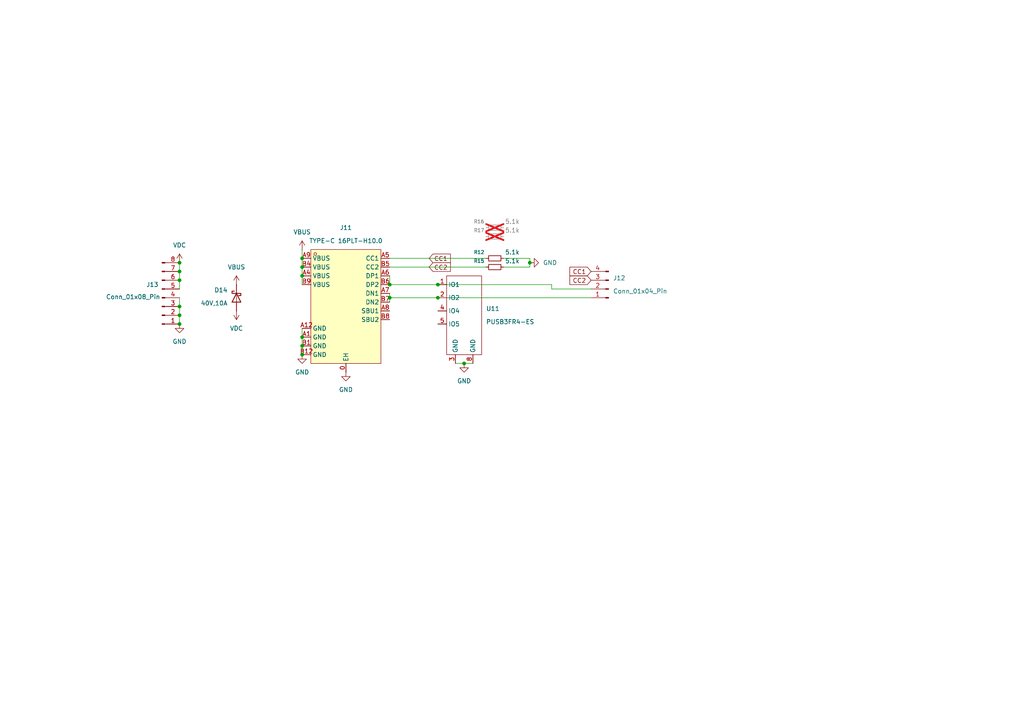
<source format=kicad_sch>
(kicad_sch (version 20250114) (generator "eeschema") (generator_version "9.0")
  (paper "A4")
  (lib_symbols
    (symbol "Connector:Conn_01x04_Pin" (pin_names (offset 1.016) (hide yes))
      (property "Reference" "J" (at 0 5.08 0))
      (property "Value" "Conn_01x04_Pin" (at 0 -7.62 0))
      (symbol "Conn_01x04_Pin_1_1"
        (rectangle (start 0.8636 2.667) (end 0 2.413) (stroke (width 0.1524)) (fill (type outline)))
        (rectangle (start 0.8636 0.127) (end 0 -0.127) (stroke (width 0.1524)) (fill (type outline)))
        (rectangle (start 0.8636 -2.413) (end 0 -2.667) (stroke (width 0.1524)) (fill (type outline)))
        (rectangle (start 0.8636 -4.953) (end 0 -5.207) (stroke (width 0.1524)) (fill (type outline)))
        (polyline (pts (xy 1.27 2.54) (xy 0.8636 2.54)) (stroke (width 0.1524)))
        (polyline (pts (xy 1.27 0) (xy 0.8636 0)) (stroke (width 0.1524)))
        (polyline (pts (xy 1.27 -2.54) (xy 0.8636 -2.54)) (stroke (width 0.1524)))
        (polyline (pts (xy 1.27 -5.08) (xy 0.8636 -5.08)) (stroke (width 0.1524)))
        (pin passive line (at 5.08 2.54 180) (length 3.81) (name "Pin_1") (number "1"))
        (pin passive line (at 5.08 0 180) (length 3.81) (name "Pin_2") (number "2"))
        (pin passive line (at 5.08 -2.54 180) (length 3.81) (name "Pin_3") (number "3"))
        (pin passive line (at 5.08 -5.08 180) (length 3.81) (name "Pin_4") (number "4"))
      )
    )
    (symbol "Connector:Conn_01x08_Pin" (pin_names (offset 1.016) (hide yes))
      (property "Reference" "J" (at 0 10.16 0))
      (property "Value" "Conn_01x08_Pin" (at 0 -12.7 0))
      (symbol "Conn_01x08_Pin_1_1"
        (rectangle (start 0.8636 7.747) (end 0 7.493) (stroke (width 0.1524)) (fill (type outline)))
        (rectangle (start 0.8636 5.207) (end 0 4.953) (stroke (width 0.1524)) (fill (type outline)))
        (rectangle (start 0.8636 2.667) (end 0 2.413) (stroke (width 0.1524)) (fill (type outline)))
        (rectangle (start 0.8636 0.127) (end 0 -0.127) (stroke (width 0.1524)) (fill (type outline)))
        (rectangle (start 0.8636 -2.413) (end 0 -2.667) (stroke (width 0.1524)) (fill (type outline)))
        (rectangle (start 0.8636 -4.953) (end 0 -5.207) (stroke (width 0.1524)) (fill (type outline)))
        (rectangle (start 0.8636 -7.493) (end 0 -7.747) (stroke (width 0.1524)) (fill (type outline)))
        (rectangle (start 0.8636 -10.033) (end 0 -10.287) (stroke (width 0.1524)) (fill (type outline)))
        (polyline (pts (xy 1.27 7.62) (xy 0.8636 7.62)) (stroke (width 0.1524)))
        (polyline (pts (xy 1.27 5.08) (xy 0.8636 5.08)) (stroke (width 0.1524)))
        (polyline (pts (xy 1.27 2.54) (xy 0.8636 2.54)) (stroke (width 0.1524)))
        (polyline (pts (xy 1.27 0) (xy 0.8636 0)) (stroke (width 0.1524)))
        (polyline (pts (xy 1.27 -2.54) (xy 0.8636 -2.54)) (stroke (width 0.1524)))
        (polyline (pts (xy 1.27 -5.08) (xy 0.8636 -5.08)) (stroke (width 0.1524)))
        (polyline (pts (xy 1.27 -7.62) (xy 0.8636 -7.62)) (stroke (width 0.1524)))
        (polyline (pts (xy 1.27 -10.16) (xy 0.8636 -10.16)) (stroke (width 0.1524)))
        (pin passive line (at 5.08 7.62 180) (length 3.81) (name "Pin_1") (number "1"))
        (pin passive line (at 5.08 5.08 180) (length 3.81) (name "Pin_2") (number "2"))
        (pin passive line (at 5.08 2.54 180) (length 3.81) (name "Pin_3") (number "3"))
        (pin passive line (at 5.08 0 180) (length 3.81) (name "Pin_4") (number "4"))
        (pin passive line (at 5.08 -2.54 180) (length 3.81) (name "Pin_5") (number "5"))
        (pin passive line (at 5.08 -5.08 180) (length 3.81) (name "Pin_6") (number "6"))
        (pin passive line (at 5.08 -7.62 180) (length 3.81) (name "Pin_7") (number "7"))
        (pin passive line (at 5.08 -10.16 180) (length 3.81) (name "Pin_8") (number "8"))
      )
    )
    (symbol "Device:D_Schottky" (pin_numbers (hide yes)) (pin_names (offset 1.016) (hide yes))
      (property "Reference" "D" (at 0 2.54 0))
      (property "Value" "D_Schottky" (at 0 -2.54 0))
      (symbol "D_Schottky_0_1"
        (polyline (pts (xy -1.905 0.635) (xy -1.905 1.27) (xy -1.27 1.27) (xy -1.27 -1.27) (xy -0.635 -1.27) (xy -0.635 -0.635)) (stroke (width 0.254)))
        (polyline (pts (xy 1.27 1.27) (xy 1.27 -1.27) (xy -1.27 0) (xy 1.27 1.27)) (stroke (width 0.254)))
        (polyline (pts (xy 1.27 0) (xy -1.27 0)))
      )
      (symbol "D_Schottky_1_1"
        (pin passive line (at -3.81 0 0) (length 2.54) (name "K") (number "1"))
        (pin passive line (at 3.81 0 180) (length 2.54) (name "A") (number "2"))
      )
    )
    (symbol "Device:R_Small" (pin_numbers (hide yes)) (pin_names (offset 0.254) (hide yes))
      (property "Reference" "R" (at 0 0 90))
      (property "Value" "R_Small" (at 1.778 0 90))
      (symbol "R_Small_0_1"
        (rectangle (start -0.762 1.778) (end 0.762 -1.778) (stroke (width 0.2032)))
      )
      (symbol "R_Small_1_1"
        (pin passive line (at 0 2.54 270) (length 0.762) (name "~") (number "1"))
        (pin passive line (at 0 -2.54 90) (length 0.762) (name "~") (number "2"))
      )
    )
    (symbol "EasyEDA:TYPE-C16PLT-H10.0"
      (property "Reference" "J" (at 0 20.32 0))
      (property "Value" "TYPE-C 16PLT-H10.0" (at 0 -22.86 0))
      (symbol "TYPE-C16PLT-H10.0_0_1"
        (rectangle (start -10.16 17.78) (end 10.16 -15.24) (fill (type background)))
        (circle (center -8.89 16.51) (radius 0.38))
        (pin unspecified line (at -12.7 15.24 0) (length 2.54) (name "VBUS") (number "A9"))
        (pin unspecified line (at -12.7 12.7 0) (length 2.54) (name "VBUS") (number "B4"))
        (pin unspecified line (at -12.7 10.16 0) (length 2.54) (name "VBUS") (number "A4"))
        (pin unspecified line (at -12.7 7.62 0) (length 2.54) (name "VBUS") (number "B9"))
        (pin unspecified line (at -12.7 -5.08 0) (length 2.54) (name "GND") (number "A12"))
        (pin unspecified line (at -12.7 -7.62 0) (length 2.54) (name "GND") (number "A1"))
        (pin unspecified line (at -12.7 -10.16 0) (length 2.54) (name "GND") (number "B1"))
        (pin unspecified line (at -12.7 -12.7 0) (length 2.54) (name "GND") (number "B12"))
        (pin unspecified line (at 0 -17.78 90) (length 2.54) (name "EH") (number "0"))
        (pin unspecified line (at 12.7 15.24 180) (length 2.54) (name "CC1") (number "A5"))
        (pin unspecified line (at 12.7 12.7 180) (length 2.54) (name "CC2") (number "B5"))
        (pin unspecified line (at 12.7 10.16 180) (length 2.54) (name "DP1") (number "A6"))
        (pin unspecified line (at 12.7 7.62 180) (length 2.54) (name "DP2") (number "B6"))
        (pin unspecified line (at 12.7 5.08 180) (length 2.54) (name "DN1") (number "A7"))
        (pin unspecified line (at 12.7 2.54 180) (length 2.54) (name "DN2") (number "B7"))
        (pin unspecified line (at 12.7 0 180) (length 2.54) (name "SBU1") (number "A8"))
        (pin unspecified line (at 12.7 -2.54 180) (length 2.54) (name "SBU2") (number "B8"))
      )
    )
    (symbol "ElecSuper:PUSB3FR4-ES"
      (property "Reference" "U" (at 0 2.286 0))
      (property "Value" "PUSB3FR4-ES" (at 0 0 0))
      (symbol "PUSB3FR4-ES_0_1"
        (rectangle (start -5.08 -2.54) (end 5.08 -25.4))
      )
      (symbol "PUSB3FR4-ES_1_1"
        (pin bidirectional line (at -7.62 -5.08 0) (length 2.54) (name "IO1") (number "1"))
        (pin bidirectional line (at -7.62 -8.89 0) (length 2.54) (name "IO2") (number "2"))
        (pin bidirectional line (at -7.62 -12.7 0) (length 2.54) (name "IO4") (number "4"))
        (pin bidirectional line (at -7.62 -16.51 0) (length 2.54) (name "IO5") (number "5"))
        (pin power_out line (at -2.54 -27.94 90) (length 2.54) (name "GND") (number "3"))
        (pin power_out line (at 2.54 -27.94 90) (length 2.54) (name "GND") (number "8"))
      )
    )
    (symbol "power:GND" (power) (pin_numbers (hide yes)) (pin_names (offset 0) (hide yes))
      (property "Value" "GND" (at 0 -3.81 0))
      (symbol "GND_0_1"
        (polyline (pts (xy 0 0) (xy 0 -1.27) (xy 1.27 -1.27) (xy 0 -2.54) (xy -1.27 -1.27) (xy 0 -1.27)))
      )
      (symbol "GND_1_1"
        (pin power_in line (at 0 0 270) (length 0) (name "~") (number "1"))
      )
    )
    (symbol "power:VBUS" (power) (pin_numbers (hide yes)) (pin_names (offset 0) (hide yes))
      (property "Value" "VBUS" (at 0 3.556 0))
      (symbol "VBUS_0_1"
        (polyline (pts (xy -0.762 1.27) (xy 0 2.54)))
        (polyline (pts (xy 0 2.54) (xy 0.762 1.27)))
        (polyline (pts (xy 0 0) (xy 0 2.54)))
      )
      (symbol "VBUS_1_1"
        (pin power_in line (at 0 0 90) (length 0) (name "~") (number "1"))
      )
    )
    (symbol "power:VDC" (power) (pin_numbers (hide yes)) (pin_names (offset 0) (hide yes))
      (property "Value" "VDC" (at 0 3.556 0))
      (symbol "VDC_0_1"
        (polyline (pts (xy -0.762 1.27) (xy 0 2.54)))
        (polyline (pts (xy 0 2.54) (xy 0.762 1.27)))
        (polyline (pts (xy 0 0) (xy 0 2.54)))
      )
      (symbol "VDC_1_1"
        (pin power_in line (at 0 0 90) (length 0) (name "~") (number "1"))
      )
    )
  )
  (junction (at 113.03 82.55))
  (junction (at 87.63 80.01))
  (junction (at 87.63 102.87))
  (junction (at 87.63 74.93))
  (junction (at 127 86.36))
  (junction (at 153.67 76.2))
  (junction (at 52.07 91.44))
  (junction (at 134.62 105.41))
  (junction (at 127 82.55))
  (junction (at 52.07 88.9))
  (junction (at 52.07 81.28))
  (junction (at 87.63 77.47))
  (junction (at 87.63 100.33))
  (junction (at 52.07 76.2))
  (junction (at 52.07 78.74))
  (junction (at 87.63 97.79))
  (junction (at 113.03 86.36))
  (junction (at 52.07 93.98))
  (wire (pts (xy 146.05 74.93) (xy 153.67 74.93)))
  (wire (pts (xy 113.03 82.55) (xy 127 82.55)))
  (wire (pts (xy 127 86.36) (xy 171.45 86.36)))
  (wire (pts (xy 87.63 77.47) (xy 87.63 80.01)))
  (wire (pts (xy 146.05 77.47) (xy 153.67 77.47)))
  (wire (pts (xy 134.62 105.41) (xy 137.16 105.41)))
  (wire (pts (xy 113.03 86.36) (xy 113.03 87.63)))
  (wire (pts (xy 160.02 82.55) (xy 160.02 83.82)))
  (wire (pts (xy 52.07 78.74) (xy 52.07 81.28)))
  (wire (pts (xy 113.03 74.93) (xy 140.97 74.93)))
  (wire (pts (xy 132.08 105.41) (xy 134.62 105.41)))
  (wire (pts (xy 153.67 77.47) (xy 153.67 76.2)))
  (wire (pts (xy 87.63 74.93) (xy 87.63 77.47)))
  (wire (pts (xy 52.07 76.2) (xy 52.07 78.74)))
  (wire (pts (xy 52.07 88.9) (xy 52.07 91.44)))
  (wire (pts (xy 52.07 91.44) (xy 52.07 93.98)))
  (wire (pts (xy 87.63 80.01) (xy 87.63 82.55)))
  (wire (pts (xy 127 82.55) (xy 160.02 82.55)))
  (wire (pts (xy 87.63 72.39) (xy 87.63 74.93)))
  (wire (pts (xy 87.63 97.79) (xy 87.63 100.33)))
  (wire (pts (xy 52.07 86.36) (xy 52.07 88.9)))
  (wire (pts (xy 153.67 74.93) (xy 153.67 76.2)))
  (wire (pts (xy 87.63 100.33) (xy 87.63 102.87)))
  (wire (pts (xy 113.03 82.55) (xy 113.03 80.01)))
  (wire (pts (xy 52.07 81.28) (xy 52.07 83.82)))
  (wire (pts (xy 113.03 86.36) (xy 127 86.36)))
  (wire (pts (xy 160.02 83.82) (xy 171.45 83.82)))
  (wire (pts (xy 113.03 77.47) (xy 140.97 77.47)))
  (wire (pts (xy 87.63 95.25) (xy 87.63 97.79)))
  (wire (pts (xy 113.03 85.09) (xy 113.03 86.36)))
  (global_label "CC2" (shape input) (at 171.45 81.28 180) (property "Intersheetrefs" "${INTERSHEET_REFS}" (effects (hide yes))))
  (global_label "CC1" (shape input) (at 124.46 74.93 0) (property "Intersheetrefs" "${INTERSHEET_REFS}" (effects (hide yes))))
  (global_label "CC1" (shape input) (at 171.45 78.74 180) (property "Intersheetrefs" "${INTERSHEET_REFS}" (effects (hide yes))))
  (global_label "CC2" (shape input) (at 124.46 77.47 0) (property "Intersheetrefs" "${INTERSHEET_REFS}" (effects (hide yes))))
  (symbol (lib_id "power:VBUS") (at 68.58 82.55 0) (unit 1)
    (property "Reference" "#PWR0145" (effects (hide yes)))
    (property "Value" "VBUS" (at 68.58 77.47 0))
    (property "Description" "Power symbol creates a global label with name \"VBUS\"" (effects (hide yes)))
  )
  (symbol (lib_id "power:GND") (at 134.62 105.41 0) (unit 1)
    (property "Reference" "#PWR0140" (effects (hide yes)))
    (property "Value" "GND" (at 134.62 110.49 0))
    (property "Description" "Power symbol creates a global label with name \"GND\" , ground" (effects (hide yes)))
  )
  (symbol (lib_id "Device:R_Small") (at 143.51 66.04 90) (unit 1) (dnp yes)
    (property "Reference" "R16" (at 138.938 64.262 90) (effects (font (size 1.016 1.016))))
    (property "Value" "5.1k" (at 148.59 64.262 90))
    (property "Footprint" "Resistor_SMD:R_0402_1005Metric_Pad0.72x0.64mm_HandSolder" (effects (hide yes)))
    (property "Description" "Resistor, small symbol" (effects (hide yes)))
  )
  (symbol (lib_id "power:GND") (at 87.63 102.87 0) (unit 1)
    (property "Reference" "#PWR0118" (effects (hide yes)))
    (property "Value" "GND" (at 87.63 107.95 0))
    (property "Description" "Power symbol creates a global label with name \"GND\" , ground" (effects (hide yes)))
  )
  (symbol (lib_id "power:VDC") (at 68.58 90.17 180) (unit 1)
    (property "Reference" "#PWR0146" (effects (hide yes)))
    (property "Value" "VDC" (at 68.58 95.25 0))
    (property "Description" "Power symbol creates a global label with name \"VDC\"" (effects (hide yes)))
  )
  (symbol (lib_id "Connector:Conn_01x04_Pin") (at 176.53 83.82 180) (unit 1)
    (property "Reference" "J12" (at 177.8 80.6449 0) (effects (justify right)))
    (property "Value" "Conn_01x04_Pin" (at 177.8 84.4549 0) (effects (justify right)))
    (property "Description" "Generic connector, single row, 01x04, script generated" (effects (hide yes)))
  )
  (symbol (lib_id "power:GND") (at 153.67 76.2 90) (unit 1)
    (property "Reference" "#PWR0121" (effects (hide yes)))
    (property "Value" "GND" (at 157.48 76.1999 90) (effects (justify right)))
    (property "Description" "Power symbol creates a global label with name \"GND\" , ground" (effects (hide yes)))
  )
  (symbol (lib_id "Device:R_Small") (at 143.51 68.58 90) (unit 1) (dnp yes)
    (property "Reference" "R17" (at 138.938 66.802 90) (effects (font (size 1.016 1.016))))
    (property "Value" "5.1k" (at 148.59 66.802 90))
    (property "Footprint" "Resistor_SMD:R_0402_1005Metric_Pad0.72x0.64mm_HandSolder" (effects (hide yes)))
    (property "Description" "Resistor, small symbol" (effects (hide yes)))
  )
  (symbol (lib_id "Device:D_Schottky") (at 68.58 86.36 90) (mirror x) (unit 1)
    (property "Reference" "D14" (at 66.04 84.1374 90) (effects (justify left)))
    (property "Value" "40V,10A" (at 66.04 87.9474 90) (effects (justify left)))
    (property "Footprint" "Diode_SMD:D_SMB_Handsoldering" (effects (hide yes)))
    (property "Description" "Schottky diode" (effects (hide yes)))
  )
  (symbol (lib_id "EasyEDA:TYPE-C16PLT-H10.0") (at 100.33 90.17 0) (unit 1)
    (property "Reference" "J11" (at 100.33 66.04 0))
    (property "Value" "TYPE-C 16PLT-H10.0" (at 100.33 69.85 0))
    (property "Footprint" "easyeda2kicad:TYPE-C-SMD_USB4120-03-C" (effects (hide yes)))
    (property "LCSC Part" "C3151749" (effects (hide yes)))
  )
  (symbol (lib_id "Device:R_Small") (at 143.51 77.47 90) (unit 1)
    (property "Reference" "R15" (at 138.938 75.692 90) (effects (font (size 1.016 1.016))))
    (property "Value" "5.1k" (at 148.59 75.692 90))
    (property "Footprint" "Resistor_SMD:R_0402_1005Metric_Pad0.72x0.64mm_HandSolder" (effects (hide yes)))
    (property "Description" "Resistor, small symbol" (effects (hide yes)))
  )
  (symbol (lib_id "Connector:Conn_01x08_Pin") (at 46.99 86.36 0) (mirror x) (unit 1)
    (property "Reference" "J13" (at 44.196 82.55 0))
    (property "Value" "Conn_01x08_Pin" (at 38.608 86.106 0))
    (property "Description" "Generic connector, single row, 01x08, script generated" (effects (hide yes)))
  )
  (symbol (lib_id "power:VDC") (at 52.07 76.2 0) (unit 1)
    (property "Reference" "#PWR0147" (effects (hide yes)))
    (property "Value" "VDC" (at 52.07 71.12 0))
    (property "Description" "Power symbol creates a global label with name \"VDC\"" (effects (hide yes)))
  )
  (symbol (lib_id "ElecSuper:PUSB3FR4-ES") (at 134.62 77.47 0) (unit 1)
    (property "Reference" "U11" (at 140.97 89.5349 0) (effects (justify left)))
    (property "Value" "PUSB3FR4-ES" (at 140.97 93.3449 0) (effects (justify left)))
    (property "Footprint" "Package_DFN_QFN:Diodes_UDFN-10_1.0x2.5mm_P0.5mm" (effects (hide yes)))
  )
  (symbol (lib_id "power:GND") (at 52.07 93.98 0) (unit 1)
    (property "Reference" "#PWR0120" (effects (hide yes)))
    (property "Value" "GND" (at 52.07 99.06 0))
    (property "Description" "Power symbol creates a global label with name \"GND\" , ground" (effects (hide yes)))
  )
  (symbol (lib_id "power:VBUS") (at 87.63 72.39 0) (unit 1)
    (property "Reference" "#PWR0117" (effects (hide yes)))
    (property "Value" "VBUS" (at 87.63 67.31 0))
    (property "Description" "Power symbol creates a global label with name \"VBUS\"" (effects (hide yes)))
  )
  (symbol (lib_id "power:GND") (at 100.33 107.95 0) (unit 1)
    (property "Reference" "#PWR0119" (effects (hide yes)))
    (property "Value" "GND" (at 100.33 113.03 0))
    (property "Description" "Power symbol creates a global label with name \"GND\" , ground" (effects (hide yes)))
  )
  (symbol (lib_id "Device:R_Small") (at 143.51 74.93 90) (unit 1)
    (property "Reference" "R12" (at 138.938 73.152 90) (effects (font (size 1.016 1.016))))
    (property "Value" "5.1k" (at 148.59 73.152 90))
    (property "Footprint" "Resistor_SMD:R_0402_1005Metric_Pad0.72x0.64mm_HandSolder" (effects (hide yes)))
    (property "Description" "Resistor, small symbol" (effects (hide yes)))
  )
)
</source>
